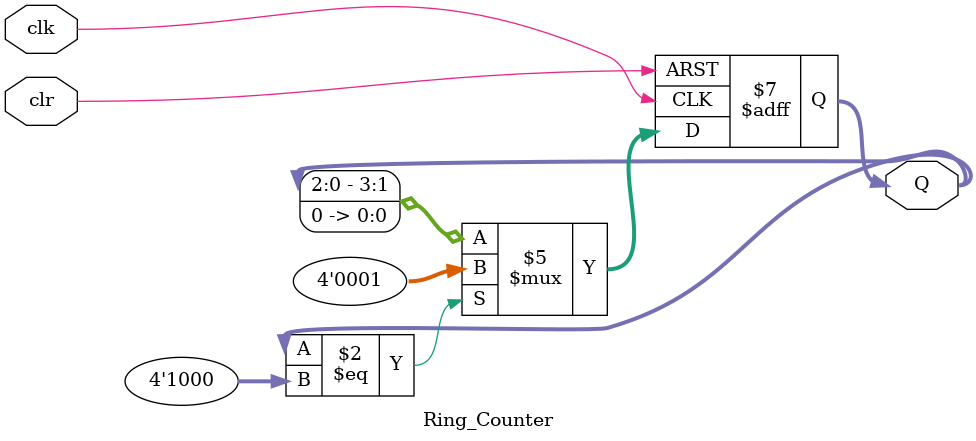
<source format=v>
`timescale 1ns / 1ps

module Ring_Counter(
    input clk, clr,
    output reg [3:0] Q
    );

    always @(posedge clk or posedge clr) begin
        if (clr) begin
            Q <= 4'b0001;
        end else begin
            if (Q == 4'b1000) begin
                Q <= 4'b0001;
            end else begin
                Q <= Q << 1;
                end
            end
        end

endmodule

</source>
